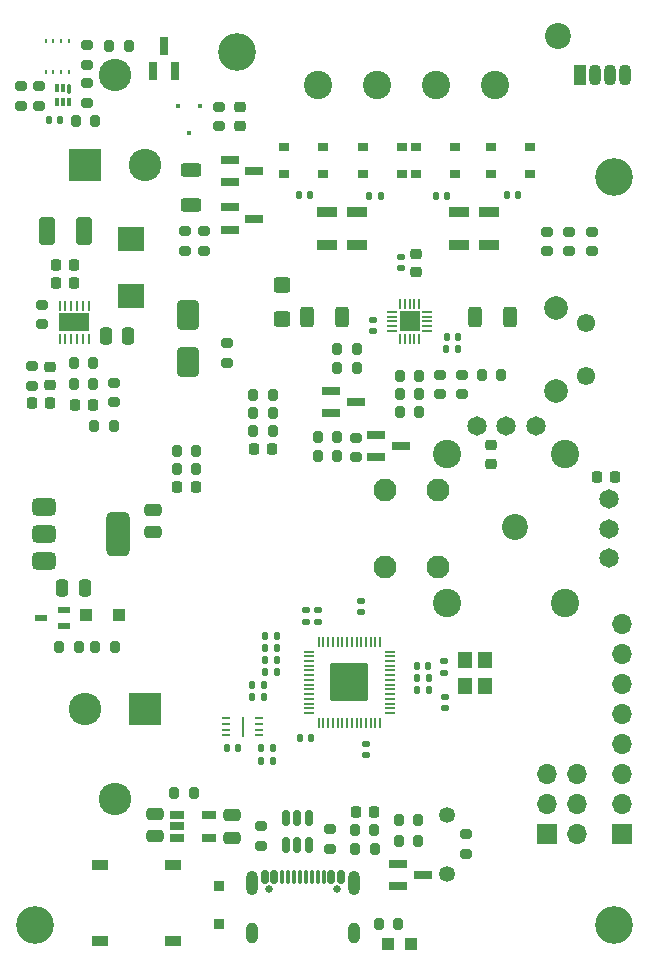
<source format=gts>
%TF.GenerationSoftware,KiCad,Pcbnew,8.0.6*%
%TF.CreationDate,2024-11-28T22:24:39+00:00*%
%TF.ProjectId,StepUp,53746570-5570-42e6-9b69-6361645f7063,v0.1*%
%TF.SameCoordinates,Original*%
%TF.FileFunction,Soldermask,Top*%
%TF.FilePolarity,Negative*%
%FSLAX46Y46*%
G04 Gerber Fmt 4.6, Leading zero omitted, Abs format (unit mm)*
G04 Created by KiCad (PCBNEW 8.0.6) date 2024-11-28 22:24:39*
%MOMM*%
%LPD*%
G01*
G04 APERTURE LIST*
G04 Aperture macros list*
%AMRoundRect*
0 Rectangle with rounded corners*
0 $1 Rounding radius*
0 $2 $3 $4 $5 $6 $7 $8 $9 X,Y pos of 4 corners*
0 Add a 4 corners polygon primitive as box body*
4,1,4,$2,$3,$4,$5,$6,$7,$8,$9,$2,$3,0*
0 Add four circle primitives for the rounded corners*
1,1,$1+$1,$2,$3*
1,1,$1+$1,$4,$5*
1,1,$1+$1,$6,$7*
1,1,$1+$1,$8,$9*
0 Add four rect primitives between the rounded corners*
20,1,$1+$1,$2,$3,$4,$5,0*
20,1,$1+$1,$4,$5,$6,$7,0*
20,1,$1+$1,$6,$7,$8,$9,0*
20,1,$1+$1,$8,$9,$2,$3,0*%
G04 Aperture macros list end*
%ADD10R,0.863600X0.787400*%
%ADD11RoundRect,0.250000X0.312500X0.625000X-0.312500X0.625000X-0.312500X-0.625000X0.312500X-0.625000X0*%
%ADD12RoundRect,0.200000X-0.275000X0.200000X-0.275000X-0.200000X0.275000X-0.200000X0.275000X0.200000X0*%
%ADD13RoundRect,0.140000X0.170000X-0.140000X0.170000X0.140000X-0.170000X0.140000X-0.170000X-0.140000X0*%
%ADD14RoundRect,0.140000X-0.140000X-0.170000X0.140000X-0.170000X0.140000X0.170000X-0.140000X0.170000X0*%
%ADD15RoundRect,0.135000X-0.135000X-0.185000X0.135000X-0.185000X0.135000X0.185000X-0.135000X0.185000X0*%
%ADD16RoundRect,0.140000X0.140000X0.170000X-0.140000X0.170000X-0.140000X-0.170000X0.140000X-0.170000X0*%
%ADD17C,0.650000*%
%ADD18RoundRect,0.150000X-0.150000X-0.425000X0.150000X-0.425000X0.150000X0.425000X-0.150000X0.425000X0*%
%ADD19RoundRect,0.075000X-0.075000X-0.500000X0.075000X-0.500000X0.075000X0.500000X-0.075000X0.500000X0*%
%ADD20O,1.000000X2.100000*%
%ADD21O,1.000000X1.800000*%
%ADD22RoundRect,0.200000X-0.200000X-0.275000X0.200000X-0.275000X0.200000X0.275000X-0.200000X0.275000X0*%
%ADD23RoundRect,0.225000X0.225000X0.250000X-0.225000X0.250000X-0.225000X-0.250000X0.225000X-0.250000X0*%
%ADD24RoundRect,0.135000X0.135000X0.185000X-0.135000X0.185000X-0.135000X-0.185000X0.135000X-0.185000X0*%
%ADD25RoundRect,0.200000X0.200000X0.275000X-0.200000X0.275000X-0.200000X-0.275000X0.200000X-0.275000X0*%
%ADD26RoundRect,0.225000X-0.225000X-0.250000X0.225000X-0.250000X0.225000X0.250000X-0.225000X0.250000X0*%
%ADD27R,1.000000X0.550000*%
%ADD28RoundRect,0.070000X-0.650000X-0.300000X0.650000X-0.300000X0.650000X0.300000X-0.650000X0.300000X0*%
%ADD29RoundRect,0.050000X0.050000X-0.387500X0.050000X0.387500X-0.050000X0.387500X-0.050000X-0.387500X0*%
%ADD30RoundRect,0.050000X0.387500X-0.050000X0.387500X0.050000X-0.387500X0.050000X-0.387500X-0.050000X0*%
%ADD31RoundRect,0.144000X1.456000X-1.456000X1.456000X1.456000X-1.456000X1.456000X-1.456000X-1.456000X0*%
%ADD32R,1.000000X1.000000*%
%ADD33R,1.753400X0.912000*%
%ADD34RoundRect,0.062500X0.062500X-0.362500X0.062500X0.362500X-0.062500X0.362500X-0.062500X-0.362500X0*%
%ADD35R,2.500000X1.600000*%
%ADD36R,0.254000X0.355600*%
%ADD37C,2.200000*%
%ADD38RoundRect,0.250000X0.625000X-0.312500X0.625000X0.312500X-0.625000X0.312500X-0.625000X-0.312500X0*%
%ADD39RoundRect,0.250000X0.650000X-1.000000X0.650000X1.000000X-0.650000X1.000000X-0.650000X-1.000000X0*%
%ADD40RoundRect,0.200000X0.275000X-0.200000X0.275000X0.200000X-0.275000X0.200000X-0.275000X-0.200000X0*%
%ADD41RoundRect,0.250000X-0.250000X-0.475000X0.250000X-0.475000X0.250000X0.475000X-0.250000X0.475000X0*%
%ADD42C,3.200000*%
%ADD43RoundRect,0.225000X-0.250000X0.225000X-0.250000X-0.225000X0.250000X-0.225000X0.250000X0.225000X0*%
%ADD44RoundRect,0.140000X-0.170000X0.140000X-0.170000X-0.140000X0.170000X-0.140000X0.170000X0.140000X0*%
%ADD45RoundRect,0.250000X0.250000X0.475000X-0.250000X0.475000X-0.250000X-0.475000X0.250000X-0.475000X0*%
%ADD46R,1.200000X1.400000*%
%ADD47RoundRect,0.250000X-0.312500X-0.625000X0.312500X-0.625000X0.312500X0.625000X-0.312500X0.625000X0*%
%ADD48RoundRect,0.375000X-0.625000X-0.375000X0.625000X-0.375000X0.625000X0.375000X-0.625000X0.375000X0*%
%ADD49RoundRect,0.500000X-0.500000X-1.400000X0.500000X-1.400000X0.500000X1.400000X-0.500000X1.400000X0*%
%ADD50O,0.857199X0.204000*%
%ADD51O,0.204000X0.857199*%
%ADD52R,1.701800X1.701800*%
%ADD53RoundRect,0.250000X0.475000X-0.250000X0.475000X0.250000X-0.475000X0.250000X-0.475000X-0.250000X0*%
%ADD54RoundRect,0.250000X0.412500X0.925000X-0.412500X0.925000X-0.412500X-0.925000X0.412500X-0.925000X0*%
%ADD55R,0.457200X0.406400*%
%ADD56R,0.711200X0.254000*%
%ADD57R,0.254000X1.651000*%
%ADD58R,2.200000X2.150000*%
%ADD59RoundRect,0.250000X-0.475000X0.250000X-0.475000X-0.250000X0.475000X-0.250000X0.475000X0.250000X0*%
%ADD60RoundRect,0.070000X-0.525000X0.300000X-0.525000X-0.300000X0.525000X-0.300000X0.525000X0.300000X0*%
%ADD61RoundRect,0.070000X0.300000X-0.650000X0.300000X0.650000X-0.300000X0.650000X-0.300000X-0.650000X0*%
%ADD62R,1.397000X0.889000*%
%ADD63RoundRect,0.250000X-0.450000X0.400000X-0.450000X-0.400000X0.450000X-0.400000X0.450000X0.400000X0*%
%ADD64RoundRect,0.225000X0.250000X-0.225000X0.250000X0.225000X-0.250000X0.225000X-0.250000X-0.225000X0*%
%ADD65R,0.950000X0.900000*%
%ADD66RoundRect,0.070000X0.070000X0.355000X-0.070000X0.355000X-0.070000X-0.355000X0.070000X-0.355000X0*%
%ADD67RoundRect,0.070000X0.070000X0.305000X-0.070000X0.305000X-0.070000X-0.305000X0.070000X-0.305000X0*%
%ADD68RoundRect,0.150000X0.150000X-0.512500X0.150000X0.512500X-0.150000X0.512500X-0.150000X-0.512500X0*%
%ADD69RoundRect,0.250000X-0.300000X-0.300000X0.300000X-0.300000X0.300000X0.300000X-0.300000X0.300000X0*%
%ADD70C,1.550000*%
%ADD71C,2.000000*%
%ADD72C,1.350000*%
%ADD73C,1.650000*%
%ADD74C,1.950000*%
%ADD75C,2.400000*%
%ADD76R,1.070000X1.800000*%
%ADD77O,1.070000X1.800000*%
%ADD78R,2.745000X2.745000*%
%ADD79C,2.745000*%
%ADD80R,1.700000X1.700000*%
%ADD81O,1.700000X1.700000*%
G04 APERTURE END LIST*
D10*
%TO.C,D3*%
X90477799Y-63478600D03*
X87175799Y-63478600D03*
%TD*%
D11*
%TO.C,R20*%
X99572900Y-75550001D03*
X96647900Y-75550001D03*
%TD*%
D12*
%TO.C,R33*%
X74950000Y-57775000D03*
X74950000Y-59425000D03*
%TD*%
D13*
%TO.C,C10*%
X87000000Y-100580000D03*
X87000000Y-99620000D03*
%TD*%
D14*
%TO.C,C5*%
X91720000Y-105100000D03*
X92680000Y-105100000D03*
%TD*%
D15*
%TO.C,R6*%
X78860000Y-105612500D03*
X79880000Y-105612500D03*
%TD*%
D16*
%TO.C,C8*%
X79850000Y-102600000D03*
X78890000Y-102600000D03*
%TD*%
D17*
%TO.C,J1*%
X79168000Y-124025000D03*
X84948000Y-124025000D03*
D18*
X78858000Y-122950000D03*
X79658000Y-122950000D03*
D19*
X80808000Y-122950000D03*
X81808000Y-122950000D03*
X82308000Y-122950000D03*
X83308000Y-122950000D03*
D18*
X84458000Y-122950000D03*
X85258000Y-122950000D03*
X85258000Y-122950000D03*
X84458000Y-122950000D03*
D19*
X83808000Y-122950000D03*
X82808000Y-122950000D03*
X81308000Y-122950000D03*
X80308000Y-122950000D03*
D18*
X79658000Y-122950000D03*
X78858000Y-122950000D03*
D20*
X77738000Y-123525000D03*
D21*
X77738000Y-127705000D03*
D20*
X86378000Y-123525000D03*
D21*
X86378000Y-127705000D03*
%TD*%
D14*
%TO.C,C19*%
X94237000Y-77249000D03*
X95197000Y-77249000D03*
%TD*%
D22*
%TO.C,R40*%
X71375000Y-88424000D03*
X73025000Y-88424000D03*
%TD*%
D14*
%TO.C,C18*%
X94220000Y-78300000D03*
X95180000Y-78300000D03*
%TD*%
D12*
%TO.C,R32*%
X75600000Y-77775000D03*
X75600000Y-79425000D03*
%TD*%
D23*
%TO.C,C41*%
X108475000Y-89100000D03*
X106925000Y-89100000D03*
%TD*%
D12*
%TO.C,R10*%
X86600000Y-85775000D03*
X86600000Y-87425000D03*
%TD*%
D24*
%TO.C,R2*%
X79510000Y-112100000D03*
X78490000Y-112100000D03*
%TD*%
D25*
%TO.C,R28*%
X66067000Y-84760000D03*
X64417000Y-84760000D03*
%TD*%
D15*
%TO.C,R5*%
X91712000Y-107135000D03*
X92732000Y-107135000D03*
%TD*%
%TO.C,R7*%
X78860000Y-104600000D03*
X79880000Y-104600000D03*
%TD*%
D10*
%TO.C,D8*%
X94935400Y-61192600D03*
X91633400Y-61192600D03*
%TD*%
%TO.C,D10*%
X97983400Y-61192600D03*
X101285400Y-61192600D03*
%TD*%
D26*
%TO.C,C38*%
X77928000Y-86768000D03*
X79478000Y-86768000D03*
%TD*%
D13*
%TO.C,C15*%
X88025000Y-76779000D03*
X88025000Y-75819000D03*
%TD*%
D10*
%TO.C,D7*%
X91633400Y-63478600D03*
X94935400Y-63478600D03*
%TD*%
D25*
%TO.C,R8*%
X84950000Y-87300000D03*
X83300000Y-87300000D03*
%TD*%
%TO.C,R31*%
X64329000Y-79428000D03*
X62679000Y-79428000D03*
%TD*%
D12*
%TO.C,R4*%
X84350000Y-118925000D03*
X84350000Y-120575000D03*
%TD*%
%TO.C,R48*%
X63800000Y-52575000D03*
X63800000Y-54225000D03*
%TD*%
D23*
%TO.C,C28*%
X62667000Y-72734000D03*
X61117000Y-72734000D03*
%TD*%
D27*
%TO.C,Q3*%
X61822000Y-101714000D03*
X61822000Y-100414000D03*
X59922000Y-101064000D03*
%TD*%
D28*
%TO.C,D13*%
X75850000Y-66300000D03*
X75850000Y-68200000D03*
X77950000Y-67250000D03*
%TD*%
D29*
%TO.C,U3*%
X83405000Y-109936500D03*
X83805000Y-109936500D03*
X84205000Y-109936500D03*
X84605000Y-109936500D03*
X85005000Y-109936500D03*
X85405000Y-109936500D03*
X85805000Y-109936500D03*
X86205000Y-109936500D03*
X86605000Y-109936500D03*
X87005000Y-109936500D03*
X87405000Y-109936500D03*
X87805000Y-109936500D03*
X88205000Y-109936500D03*
X88605000Y-109936500D03*
D30*
X89442500Y-109099000D03*
X89442500Y-108699000D03*
X89442500Y-108299000D03*
X89442500Y-107899000D03*
X89442500Y-107499000D03*
X89442500Y-107099000D03*
X89442500Y-106699000D03*
X89442500Y-106299000D03*
X89442500Y-105899000D03*
X89442500Y-105499000D03*
X89442500Y-105099000D03*
X89442500Y-104699000D03*
X89442500Y-104299000D03*
X89442500Y-103899000D03*
D29*
X88605000Y-103061500D03*
X88205000Y-103061500D03*
X87805000Y-103061500D03*
X87405000Y-103061500D03*
X87005000Y-103061500D03*
X86605000Y-103061500D03*
X86205000Y-103061500D03*
X85805000Y-103061500D03*
X85405000Y-103061500D03*
X85005000Y-103061500D03*
X84605000Y-103061500D03*
X84205000Y-103061500D03*
X83805000Y-103061500D03*
X83405000Y-103061500D03*
D30*
X82567500Y-103899000D03*
X82567500Y-104299000D03*
X82567500Y-104699000D03*
X82567500Y-105099000D03*
X82567500Y-105499000D03*
X82567500Y-105899000D03*
X82567500Y-106299000D03*
X82567500Y-106699000D03*
X82567500Y-107099000D03*
X82567500Y-107499000D03*
X82567500Y-107899000D03*
X82567500Y-108299000D03*
X82567500Y-108699000D03*
X82567500Y-109099000D03*
D31*
X86005000Y-106499000D03*
%TD*%
D22*
%TO.C,R26*%
X88475000Y-127000000D03*
X90125000Y-127000000D03*
%TD*%
D12*
%TO.C,R3*%
X78500000Y-118675000D03*
X78500000Y-120325000D03*
%TD*%
D16*
%TO.C,C7*%
X78740500Y-106700000D03*
X77780500Y-106700000D03*
%TD*%
%TO.C,C36*%
X61530000Y-58900000D03*
X60570000Y-58900000D03*
%TD*%
D22*
%TO.C,R24*%
X71175000Y-115900000D03*
X72825000Y-115900000D03*
%TD*%
D16*
%TO.C,C6*%
X79850000Y-103600000D03*
X78890000Y-103600000D03*
%TD*%
D32*
%TO.C,LED1*%
X91200000Y-128650000D03*
X89300000Y-128650000D03*
%TD*%
D22*
%TO.C,R45*%
X86475000Y-119020000D03*
X88125000Y-119020000D03*
%TD*%
%TO.C,R30*%
X62679000Y-81206000D03*
X64329000Y-81206000D03*
%TD*%
D12*
%TO.C,R27*%
X59150000Y-79725000D03*
X59150000Y-81375000D03*
%TD*%
D33*
%TO.C,L1*%
X86680400Y-66661201D03*
X86680400Y-69452801D03*
%TD*%
D13*
%TO.C,C13*%
X83350000Y-101380000D03*
X83350000Y-100420000D03*
%TD*%
D10*
%TO.C,D4*%
X87175799Y-61192600D03*
X90477799Y-61192600D03*
%TD*%
D28*
%TO.C,Q4*%
X75850000Y-62250000D03*
X75850000Y-64150000D03*
X77950000Y-63200000D03*
%TD*%
D34*
%TO.C,U7*%
X61461000Y-77455000D03*
X61961000Y-77455000D03*
X62461000Y-77455000D03*
X62961000Y-77455000D03*
X63461000Y-77455000D03*
X63961000Y-77455000D03*
X63961000Y-74605000D03*
X63461000Y-74605000D03*
X62961000Y-74605000D03*
X62461000Y-74605000D03*
X61961000Y-74605000D03*
X61461000Y-74605000D03*
D35*
X62711000Y-76030000D03*
%TD*%
D36*
%TO.C,U8*%
X60275001Y-54820800D03*
X60924999Y-54820800D03*
X61575001Y-54820800D03*
X62224999Y-54820800D03*
X62224999Y-52179200D03*
X61575001Y-52179200D03*
X60924999Y-52179200D03*
X60275001Y-52179200D03*
%TD*%
D14*
%TO.C,C3*%
X75598000Y-112048000D03*
X76558000Y-112048000D03*
%TD*%
D13*
%TO.C,C14*%
X82334000Y-101380000D03*
X82334000Y-100420000D03*
%TD*%
D12*
%TO.C,R34*%
X73700000Y-68325000D03*
X73700000Y-69975000D03*
%TD*%
D25*
%TO.C,R14*%
X91925000Y-83648000D03*
X90275000Y-83648000D03*
%TD*%
D12*
%TO.C,R37*%
X59750000Y-56025000D03*
X59750000Y-57675000D03*
%TD*%
D33*
%TO.C,L4*%
X97856400Y-66661201D03*
X97856400Y-69452801D03*
%TD*%
D25*
%TO.C,R43*%
X77875000Y-85244000D03*
X79525000Y-85244000D03*
%TD*%
D37*
%TO.C,H6*%
X103650000Y-51750000D03*
%TD*%
D26*
%TO.C,C32*%
X59137000Y-82836000D03*
X60687000Y-82836000D03*
%TD*%
D38*
%TO.C,R23*%
X72550000Y-66062500D03*
X72550000Y-63137500D03*
%TD*%
D25*
%TO.C,R13*%
X86625000Y-78300000D03*
X84975000Y-78300000D03*
%TD*%
D16*
%TO.C,C20*%
X88655000Y-65289000D03*
X87695000Y-65289000D03*
%TD*%
%TO.C,C4*%
X78740500Y-107716000D03*
X77780500Y-107716000D03*
%TD*%
D26*
%TO.C,C39*%
X86525000Y-117500000D03*
X88075000Y-117500000D03*
%TD*%
D12*
%TO.C,R51*%
X106500000Y-68375000D03*
X106500000Y-70025000D03*
%TD*%
D39*
%TO.C,D12*%
X72342000Y-79410000D03*
X72342000Y-75410000D03*
%TD*%
D12*
%TO.C,R50*%
X104600000Y-68375000D03*
X104600000Y-70025000D03*
%TD*%
D40*
%TO.C,R54*%
X95900000Y-121025000D03*
X95900000Y-119375000D03*
%TD*%
D13*
%TO.C,C2*%
X94000000Y-105680000D03*
X94000000Y-104720000D03*
%TD*%
D41*
%TO.C,C24*%
X61700000Y-98550000D03*
X63600000Y-98550000D03*
%TD*%
D42*
%TO.C,H3*%
X59411701Y-127088299D03*
%TD*%
D43*
%TO.C,C31*%
X60674000Y-79775000D03*
X60674000Y-81325000D03*
%TD*%
D44*
%TO.C,C1*%
X94100000Y-107720000D03*
X94100000Y-108680000D03*
%TD*%
D33*
%TO.C,L2*%
X84140400Y-66661201D03*
X84140400Y-69452801D03*
%TD*%
D25*
%TO.C,R12*%
X86625000Y-79900000D03*
X84975000Y-79900000D03*
%TD*%
D16*
%TO.C,C9*%
X82780000Y-111200000D03*
X81820000Y-111200000D03*
%TD*%
D45*
%TO.C,C34*%
X67292000Y-77210000D03*
X65392000Y-77210000D03*
%TD*%
D25*
%TO.C,R16*%
X91925000Y-80600000D03*
X90275000Y-80600000D03*
%TD*%
D14*
%TO.C,C23*%
X99340000Y-65256600D03*
X100300000Y-65256600D03*
%TD*%
D46*
%TO.C,Y1*%
X97450000Y-106800000D03*
X97450000Y-104600000D03*
X95750000Y-104600000D03*
X95750000Y-106800000D03*
%TD*%
D37*
%TO.C,H5*%
X100000000Y-93350000D03*
%TD*%
D22*
%TO.C,R17*%
X97225000Y-80500000D03*
X98875000Y-80500000D03*
%TD*%
D47*
%TO.C,R19*%
X82423900Y-75550001D03*
X85348900Y-75550001D03*
%TD*%
D16*
%TO.C,C21*%
X82655000Y-65256600D03*
X81695000Y-65256600D03*
%TD*%
D48*
%TO.C,U5*%
X60150000Y-91650000D03*
X60150000Y-93950000D03*
D49*
X66450000Y-93950000D03*
D48*
X60150000Y-96250000D03*
%TD*%
D15*
%TO.C,R1*%
X78490000Y-113200000D03*
X79510000Y-113200000D03*
%TD*%
D14*
%TO.C,C12*%
X91742000Y-106100000D03*
X92702000Y-106100000D03*
%TD*%
D22*
%TO.C,R42*%
X79525000Y-83720000D03*
X77875000Y-83720000D03*
%TD*%
D50*
%TO.C,U4*%
X89630000Y-75149999D03*
X89630000Y-75550001D03*
X89630000Y-75950000D03*
X89630000Y-76349999D03*
X89630000Y-76750001D03*
D51*
X90299999Y-77420000D03*
X90700001Y-77420000D03*
X91100000Y-77420000D03*
X91499999Y-77420000D03*
X91900001Y-77420000D03*
D50*
X92570000Y-76750001D03*
X92570000Y-76349999D03*
X92570000Y-75950000D03*
X92570000Y-75550001D03*
X92570000Y-75149999D03*
D51*
X91900001Y-74480000D03*
X91499999Y-74480000D03*
X91100000Y-74480000D03*
X90700001Y-74480000D03*
X90299999Y-74480000D03*
D52*
X91100000Y-75950000D03*
%TD*%
D12*
%TO.C,R11*%
X93700000Y-80475000D03*
X93700000Y-82125000D03*
%TD*%
D22*
%TO.C,R41*%
X77875000Y-82200000D03*
X79525000Y-82200000D03*
%TD*%
D53*
%TO.C,C30*%
X69500000Y-119550000D03*
X69500000Y-117650000D03*
%TD*%
D54*
%TO.C,C25*%
X63487500Y-68250000D03*
X60412500Y-68250000D03*
%TD*%
D25*
%TO.C,R15*%
X91925000Y-82124000D03*
X90275000Y-82124000D03*
%TD*%
D10*
%TO.C,D9*%
X101285400Y-63478600D03*
X97983400Y-63478600D03*
%TD*%
D22*
%TO.C,R36*%
X62825000Y-59000000D03*
X64475000Y-59000000D03*
%TD*%
D26*
%TO.C,C37*%
X71428000Y-89944000D03*
X72978000Y-89944000D03*
%TD*%
D12*
%TO.C,R38*%
X58200000Y-56025000D03*
X58200000Y-57675000D03*
%TD*%
%TO.C,R49*%
X102700000Y-68375000D03*
X102700000Y-70025000D03*
%TD*%
D53*
%TO.C,C29*%
X69342000Y-93810000D03*
X69342000Y-91910000D03*
%TD*%
D13*
%TO.C,C17*%
X90376001Y-71458001D03*
X90376001Y-70498001D03*
%TD*%
D55*
%TO.C,Q5*%
X73350001Y-57707000D03*
X71449999Y-57707000D03*
X72400000Y-59993000D03*
%TD*%
D28*
%TO.C,Q1*%
X88250000Y-85550000D03*
X88250000Y-87450000D03*
X90350000Y-86500000D03*
%TD*%
D56*
%TO.C,U1*%
X78375000Y-110998001D03*
X78375000Y-110498000D03*
X78375000Y-109998000D03*
X78375000Y-109497999D03*
X75581000Y-109497999D03*
X75581000Y-109998000D03*
X75581000Y-110498000D03*
X75581000Y-110998001D03*
D57*
X76978000Y-110248000D03*
%TD*%
D58*
%TO.C,L5*%
X67492000Y-69010000D03*
X67492000Y-73810000D03*
%TD*%
D23*
%TO.C,C33*%
X64279000Y-82984000D03*
X62729000Y-82984000D03*
%TD*%
D25*
%TO.C,R21*%
X66147000Y-103492000D03*
X64497000Y-103492000D03*
%TD*%
D44*
%TO.C,C11*%
X87400000Y-111720000D03*
X87400000Y-112680000D03*
%TD*%
D22*
%TO.C,R9*%
X83300000Y-85700000D03*
X84950000Y-85700000D03*
%TD*%
D42*
%TO.C,H2*%
X76450000Y-53100000D03*
%TD*%
D25*
%TO.C,R39*%
X73025000Y-86900000D03*
X71375000Y-86900000D03*
%TD*%
D59*
%TO.C,C26*%
X76102000Y-117750000D03*
X76102000Y-119650000D03*
%TD*%
D60*
%TO.C,U6*%
X71400000Y-117750000D03*
X71400000Y-118700000D03*
X71400000Y-119650000D03*
X74100000Y-119650000D03*
X74100000Y-117750000D03*
%TD*%
D25*
%TO.C,R53*%
X91825000Y-119900000D03*
X90175000Y-119900000D03*
%TD*%
D10*
%TO.C,D5*%
X80457400Y-63478600D03*
X83759400Y-63478600D03*
%TD*%
D61*
%TO.C,Q6*%
X69350000Y-54750000D03*
X71250000Y-54750000D03*
X70300000Y-52650000D03*
%TD*%
D12*
%TO.C,R29*%
X66044000Y-81143000D03*
X66044000Y-82793000D03*
%TD*%
D62*
%TO.C,SW2*%
X71065600Y-128440451D03*
X71065600Y-121940449D03*
%TD*%
D23*
%TO.C,C27*%
X62667000Y-71210000D03*
X61117000Y-71210000D03*
%TD*%
D12*
%TO.C,R18*%
X95500000Y-80475000D03*
X95500000Y-82125000D03*
%TD*%
D62*
%TO.C,SW1*%
X64900000Y-128440451D03*
X64900000Y-121940449D03*
%TD*%
D14*
%TO.C,C22*%
X93320000Y-65289000D03*
X94280000Y-65289000D03*
%TD*%
D33*
%TO.C,L3*%
X95316400Y-66661201D03*
X95316400Y-69452801D03*
%TD*%
D25*
%TO.C,R47*%
X67325000Y-52650000D03*
X65675000Y-52650000D03*
%TD*%
D43*
%TO.C,C40*%
X98000000Y-86450000D03*
X98000000Y-88000000D03*
%TD*%
D63*
%TO.C,D2*%
X80300000Y-72850000D03*
X80300000Y-75750000D03*
%TD*%
D42*
%TO.C,H4*%
X108388299Y-127088299D03*
%TD*%
D64*
%TO.C,C35*%
X76700000Y-59375000D03*
X76700000Y-57825000D03*
%TD*%
D65*
%TO.C,D1*%
X74950000Y-123775000D03*
X74950000Y-126925000D03*
%TD*%
D42*
%TO.C,H1*%
X108400000Y-63700000D03*
%TD*%
D10*
%TO.C,D6*%
X83759400Y-61192600D03*
X80457400Y-61192600D03*
%TD*%
D25*
%TO.C,R44*%
X88141000Y-120608000D03*
X86491000Y-120608000D03*
%TD*%
%TO.C,R52*%
X91825000Y-118200000D03*
X90175000Y-118200000D03*
%TD*%
D40*
%TO.C,R25*%
X59948000Y-76189000D03*
X59948000Y-74539000D03*
%TD*%
D12*
%TO.C,R35*%
X72050000Y-68325000D03*
X72050000Y-69975000D03*
%TD*%
D28*
%TO.C,Q7*%
X90150000Y-121850000D03*
X90150000Y-123750000D03*
X92250000Y-122800000D03*
%TD*%
%TO.C,Q2*%
X84450000Y-81800000D03*
X84450000Y-83700000D03*
X86550000Y-82750000D03*
%TD*%
D66*
%TO.C,U9*%
X62250000Y-56275000D03*
D67*
X61750000Y-56225000D03*
X61250000Y-56225000D03*
X61250000Y-57375000D03*
X61750000Y-57375000D03*
X62250000Y-57375000D03*
%TD*%
D68*
%TO.C,U2*%
X80644000Y-120277500D03*
X81594000Y-120277500D03*
X82544000Y-120277500D03*
X82544000Y-118002500D03*
X81594000Y-118002500D03*
X80644000Y-118002500D03*
%TD*%
D12*
%TO.C,R46*%
X63800000Y-55775000D03*
X63800000Y-57425000D03*
%TD*%
D64*
%TO.C,C16*%
X91646001Y-71753001D03*
X91646001Y-70203001D03*
%TD*%
D25*
%TO.C,R22*%
X63099000Y-103492000D03*
X61449000Y-103492000D03*
%TD*%
D69*
%TO.C,D11*%
X63668000Y-100836000D03*
X66468000Y-100836000D03*
%TD*%
D70*
%TO.C,SW3*%
X106005000Y-76100000D03*
X106005000Y-80600000D03*
D71*
X103515000Y-74845000D03*
X103515000Y-81855000D03*
%TD*%
D72*
%TO.C,BZ1*%
X94300000Y-122700000D03*
X94300000Y-117700000D03*
%TD*%
D73*
%TO.C,JOY1*%
X108000000Y-91000000D03*
X108000000Y-93500000D03*
X108000000Y-96000000D03*
X96770000Y-84770000D03*
X99270000Y-84770000D03*
X101770000Y-84770000D03*
D74*
X93520000Y-96750000D03*
X93520000Y-90250000D03*
X89020000Y-96750000D03*
X89020000Y-90250000D03*
D75*
X104270000Y-87175000D03*
X104270000Y-99825000D03*
X94270000Y-99825000D03*
X94270000Y-87175000D03*
%TD*%
D76*
%TO.C,D14*%
X105500000Y-55100000D03*
D77*
X106770000Y-55100000D03*
X108040000Y-55100000D03*
X109310000Y-55100000D03*
%TD*%
D75*
%TO.C,J4*%
X83300000Y-55950000D03*
X88300000Y-55950000D03*
X93300000Y-55950000D03*
X98300000Y-55950000D03*
%TD*%
D78*
%TO.C,BT2*%
X68698000Y-108720000D03*
D79*
X63618000Y-108720000D03*
X66158000Y-116340000D03*
%TD*%
D80*
%TO.C,J2*%
X102700000Y-119340000D03*
D81*
X105240000Y-119340000D03*
X102700000Y-116800000D03*
X105240000Y-116800000D03*
X102700000Y-114260000D03*
X105240000Y-114260000D03*
%TD*%
D78*
%TO.C,BT1*%
X63618000Y-62720000D03*
D79*
X68698000Y-62720000D03*
X66158000Y-55100000D03*
%TD*%
D80*
%TO.C,J3*%
X109100000Y-119350000D03*
D81*
X109100000Y-116810000D03*
X109100000Y-114270000D03*
X109100000Y-111730000D03*
X109100000Y-109190000D03*
X109100000Y-106650000D03*
X109100000Y-104110000D03*
X109100000Y-101570000D03*
%TD*%
M02*

</source>
